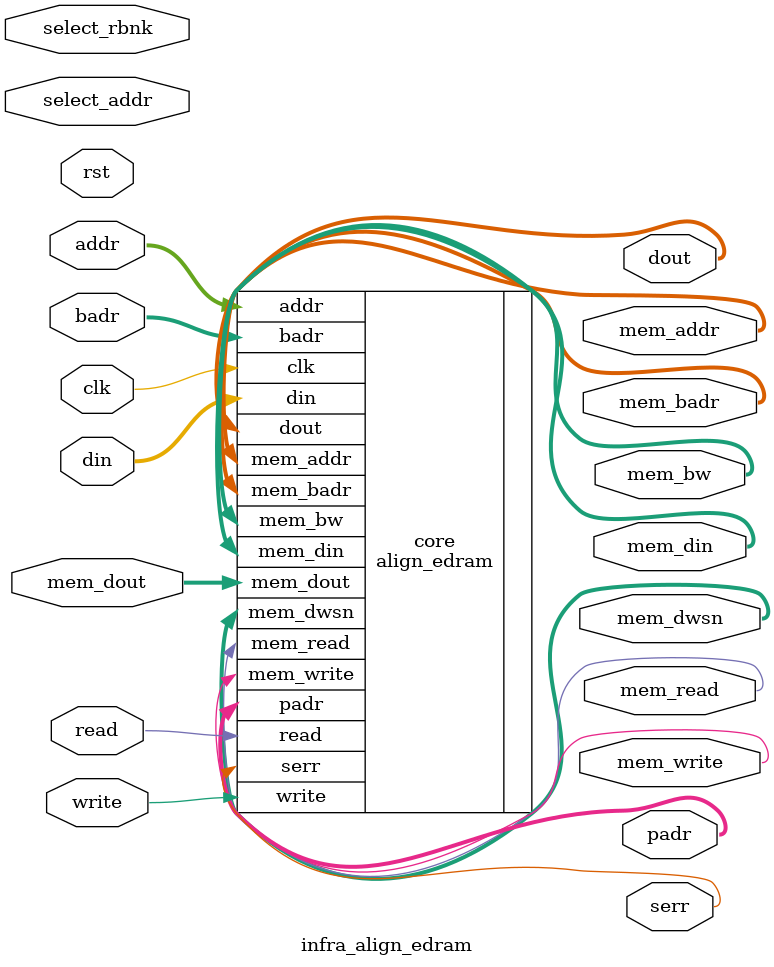
<source format=v>
module infra_align_edram (read, write, badr, addr, din, dout, serr, padr,
	                  mem_read, mem_write, mem_badr, mem_addr, mem_bw, mem_dwsn, mem_din, mem_dout,
		          clk, rst,
		          select_rbnk, select_addr);

  parameter WIDTH = 32;
  parameter PARITY = 1;
  parameter NUMADDR = 1024;
  parameter BITADDR = 10;
  parameter NUMRBNK = 8;
  parameter BITRBNK = 3;
  parameter NUMWRDS = 4;
  parameter BITWRDS = 2;
  parameter NUMSROW = 256;
  parameter BITSROW = 8;
  parameter BITPADR = 10;
  parameter NUMDWS0 = 72;
  parameter NUMDWS1 = 72;
  parameter NUMDWS2 = 72;
  parameter NUMDWS3 = 72;
  parameter NUMDWS4 = 72;
  parameter NUMDWS5 = 72;
  parameter NUMDWS6 = 72;
  parameter NUMDWS7 = 72;
  parameter NUMDWS8 = 72;
  parameter NUMDWS9 = 72;
  parameter NUMDWS10 = 72;
  parameter NUMDWS11 = 72;
  parameter NUMDWS12 = 72;
  parameter NUMDWS13 = 72;
  parameter NUMDWS14 = 72;
  parameter NUMDWS15 = 72;
  parameter BITDWSN = 4;
  parameter SRAM_DELAY = 2;
  parameter FLOPMEM = 0;

  parameter MEMWDTH = WIDTH+PARITY;

  input read;
  input write;
  input [BITRBNK-1:0] badr;
  input [BITADDR-1:0] addr;
  input [WIDTH-1:0] din;
  output [WIDTH-1:0] dout;
  output             serr;
  output [BITPADR-1:0] padr;

  output mem_read;
  output mem_write;
  output [BITRBNK-1:0] mem_badr;
  output [BITSROW-1:0] mem_addr;
  output [NUMWRDS*MEMWDTH-1:0] mem_bw;
  output [BITDWSN-1:0] mem_dwsn;
  output [NUMWRDS*MEMWDTH-1:0] mem_din;
  input [NUMWRDS*MEMWDTH-1:0] mem_dout;

  input clk;
  input rst;

  input [BITRBNK-1:0] select_rbnk;
  input [BITADDR-1:0] select_addr;

  align_edram #(.WIDTH (WIDTH), .PARITY (PARITY), .NUMADDR (NUMADDR), .BITADDR (BITADDR), .NUMRBNK (NUMRBNK), .BITRBNK (BITRBNK),
                .NUMWRDS (NUMWRDS), .BITWRDS (BITWRDS), .NUMSROW (NUMSROW), .BITSROW (BITSROW), .BITPADR (BITPADR),
                .NUMDWS0 (NUMDWS0), .NUMDWS1 (NUMDWS1), .NUMDWS2 (NUMDWS2), .NUMDWS3 (NUMDWS3),
                .NUMDWS4 (NUMDWS4), .NUMDWS5 (NUMDWS5), .NUMDWS6 (NUMDWS6), .NUMDWS7 (NUMDWS7),
                .NUMDWS8 (NUMDWS8), .NUMDWS9 (NUMDWS9), .NUMDWS10 (NUMDWS10), .NUMDWS11 (NUMDWS11),
                .NUMDWS12 (NUMDWS12), .NUMDWS13 (NUMDWS13), .NUMDWS14 (NUMDWS14), .NUMDWS15 (NUMDWS15), .BITDWSN (BITDWSN),
                .SRAM_DELAY (SRAM_DELAY), .FLOPMEM (FLOPMEM))
    core (.read (read), .write (write), .badr (badr), .addr (addr), .din (din), .dout (dout), .serr (serr), .padr (padr),
          .mem_read (mem_read), .mem_write (mem_write), .mem_badr (mem_badr), .mem_addr (mem_addr),
          .mem_bw (mem_bw), .mem_dwsn (mem_dwsn), .mem_din (mem_din), .mem_dout (mem_dout),
          .clk (clk));

`ifdef FORMAL
assume_select_rbnk_range: assume property (@(posedge clk) disable iff (rst) (select_rbnk < NUMRBNK));
assume_select_rbnk_stable: assume property (@(posedge clk) disable iff (rst) $stable(select_rbnk));
assume_select_addr_range: assume property (@(posedge clk) disable iff (rst) (select_addr < NUMADDR));
assume_select_addr_stable: assume property (@(posedge clk) disable iff (rst) $stable(select_addr));

ip_top_sva_align_edram #(
     .WIDTH       (WIDTH),
     .PARITY      (PARITY),
     .NUMADDR     (NUMADDR),
     .BITADDR     (BITADDR),
     .NUMRBNK     (NUMRBNK),
     .BITRBNK     (BITRBNK),
     .NUMWRDS     (NUMWRDS),
     .BITWRDS     (BITWRDS),
     .NUMSROW     (NUMSROW),
     .BITSROW     (BITSROW),
     .SRAM_DELAY  (SRAM_DELAY),
     .FLOPMEM     (FLOPMEM))
ip_top_sva (.*);

ip_top_sva_2_align_edram #(
     .NUMADDR     (NUMADDR),
     .BITADDR     (BITADDR),
     .NUMRBNK     (NUMRBNK),
     .BITRBNK     (BITRBNK),
     .NUMSROW     (NUMSROW),
     .BITSROW     (BITSROW))
ip_top_sva_2 (.*);

`elsif SIM_SVA

genvar sva_int;
// generate for (sva_int=0; sva_int<WIDTH; sva_int=sva_int+1) begin
generate for (sva_int=0; sva_int<1; sva_int=sva_int+1) begin: sva_loop
  wire [BITRBNK-1:0] help_rbnk = sva_int;
  wire [BITADDR-1:0] help_addr = sva_int;
ip_top_sva_align_edram #(
     .WIDTH       (WIDTH),
     .PARITY      (PARITY),
     .NUMADDR     (NUMADDR),
     .BITADDR     (BITADDR),
     .NUMRBNK     (NUMRBNK),
     .BITRBNK     (BITRBNK),
     .NUMWRDS     (NUMWRDS),
     .BITWRDS     (BITWRDS),
     .NUMSROW     (NUMSROW),
     .BITSROW     (BITSROW),
     .SRAM_DELAY  (SRAM_DELAY),
     .FLOPMEM     (FLOPMEM))
ip_top_sva (.select_rbnk(help_rbnk), .select_addr(help_addr), .*);
end
endgenerate

ip_top_sva_2_align_edram #(
     .NUMADDR     (NUMADDR),
     .BITADDR     (BITADDR),
     .NUMRBNK     (NUMRBNK),
     .BITRBNK     (BITRBNK),
     .NUMSROW     (NUMSROW),
     .BITSROW     (BITSROW))
ip_top_sva_2 (.*);

`endif

endmodule

</source>
